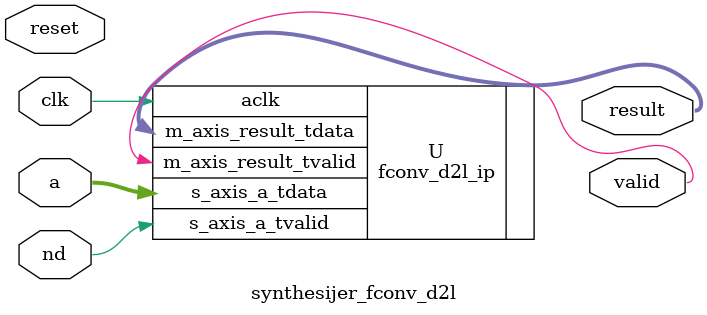
<source format=v>
`default_nettype none

module synthesijer_fconv_d2l
  (
   input wire 		clk,
   input wire 		reset,
   input wire [63:0] 	a,
   input wire 		nd,
   output wire signed [63:0] result,
   output wire 		valid
   );

   fconv_d2l_ip U(.aclk(clk),
		  .s_axis_a_tdata(a),
		  .s_axis_a_tvalid(nd),
		  .m_axis_result_tvalid(valid),
		  .m_axis_result_tdata(result)
		  );

endmodule // synthesijer_fconv_d2l

`default_nettype wire

</source>
